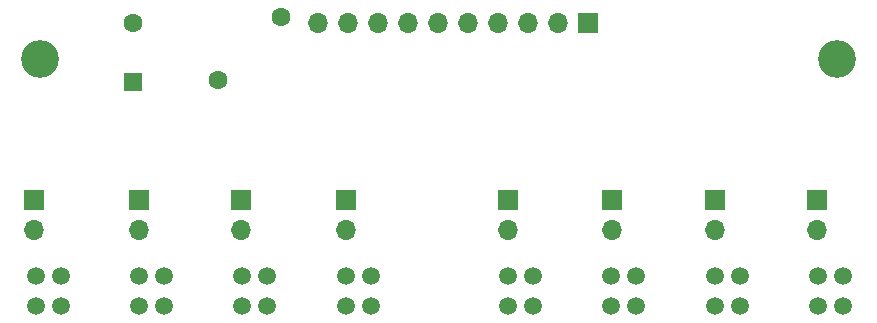
<source format=gbr>
%TF.GenerationSoftware,KiCad,Pcbnew,6.0.7-f9a2dced07~116~ubuntu20.04.1*%
%TF.CreationDate,2022-08-10T10:50:10-04:00*%
%TF.ProjectId,sensor_gnuiiium,73656e73-6f72-45f6-976e-75696969756d,rev?*%
%TF.SameCoordinates,Original*%
%TF.FileFunction,Soldermask,Bot*%
%TF.FilePolarity,Negative*%
%FSLAX46Y46*%
G04 Gerber Fmt 4.6, Leading zero omitted, Abs format (unit mm)*
G04 Created by KiCad (PCBNEW 6.0.7-f9a2dced07~116~ubuntu20.04.1) date 2022-08-10 10:50:10*
%MOMM*%
%LPD*%
G01*
G04 APERTURE LIST*
G04 Aperture macros list*
%AMHorizOval*
0 Thick line with rounded ends*
0 $1 width*
0 $2 $3 position (X,Y) of the first rounded end (center of the circle)*
0 $4 $5 position (X,Y) of the second rounded end (center of the circle)*
0 Add line between two ends*
20,1,$1,$2,$3,$4,$5,0*
0 Add two circle primitives to create the rounded ends*
1,1,$1,$2,$3*
1,1,$1,$4,$5*%
G04 Aperture macros list end*
%ADD10C,1.600000*%
%ADD11HorizOval,1.600000X0.000000X0.000000X0.000000X0.000000X0*%
%ADD12C,1.500000*%
%ADD13R,1.700000X1.700000*%
%ADD14O,1.700000X1.700000*%
%ADD15C,3.200000*%
%ADD16R,1.600000X1.600000*%
G04 APERTURE END LIST*
D10*
%TO.C,C1*%
X160650000Y-98325000D03*
D11*
X165953301Y-93021699D03*
%TD*%
D12*
%TO.C,U8*%
X213555000Y-114960000D03*
X213555000Y-117500000D03*
X211445000Y-117500000D03*
X211445000Y-114960000D03*
%TD*%
%TO.C,U6*%
X196055000Y-114980000D03*
X196055000Y-117520000D03*
X193945000Y-117520000D03*
X193945000Y-114980000D03*
%TD*%
D13*
%TO.C,J5*%
X185166000Y-108478000D03*
D14*
X185166000Y-111018000D03*
%TD*%
D15*
%TO.C,REF\u002A\u002A*%
X145544000Y-96536600D03*
%TD*%
D12*
%TO.C,U7*%
X202695000Y-114980000D03*
X202695000Y-117520000D03*
X204805000Y-117520000D03*
X204805000Y-114980000D03*
%TD*%
%TO.C,U2*%
X156055000Y-114980000D03*
X156055000Y-117520000D03*
X153945000Y-117520000D03*
X153945000Y-114980000D03*
%TD*%
D13*
%TO.C,J4*%
X171450000Y-108478000D03*
D14*
X171450000Y-111018000D03*
%TD*%
D13*
%TO.C,J1*%
X145034000Y-108478000D03*
D14*
X145034000Y-111018000D03*
%TD*%
D13*
%TO.C,J10*%
X191994000Y-93497000D03*
D14*
X189454000Y-93497000D03*
X186914000Y-93497000D03*
X184374000Y-93497000D03*
X181834000Y-93497000D03*
X179294000Y-93497000D03*
X176754000Y-93497000D03*
X174214000Y-93497000D03*
X171674000Y-93497000D03*
X169134000Y-93497000D03*
%TD*%
D16*
%TO.C,C2*%
X153425000Y-98552651D03*
D10*
X153425000Y-93552651D03*
%TD*%
D13*
%TO.C,J7*%
X202692000Y-108478000D03*
D14*
X202692000Y-111018000D03*
%TD*%
D12*
%TO.C,U1*%
X145195000Y-114980000D03*
X145195000Y-117520000D03*
X147305000Y-117520000D03*
X147305000Y-114980000D03*
%TD*%
%TO.C,U5*%
X187305000Y-114980000D03*
X187305000Y-117520000D03*
X185195000Y-117520000D03*
X185195000Y-114980000D03*
%TD*%
%TO.C,U3*%
X164805000Y-114980000D03*
X164805000Y-117520000D03*
X162695000Y-117520000D03*
X162695000Y-114980000D03*
%TD*%
D13*
%TO.C,J8*%
X211353000Y-108478000D03*
D14*
X211353000Y-111018000D03*
%TD*%
D12*
%TO.C,U4*%
X173555000Y-114980000D03*
X173555000Y-117520000D03*
X171445000Y-117520000D03*
X171445000Y-114980000D03*
%TD*%
D15*
%TO.C,REF\u002A\u002A*%
X213044000Y-96536600D03*
%TD*%
D13*
%TO.C,J6*%
X193954000Y-108478000D03*
D14*
X193954000Y-111018000D03*
%TD*%
D13*
%TO.C,J2*%
X153949000Y-108478000D03*
D14*
X153949000Y-111018000D03*
%TD*%
D13*
%TO.C,J3*%
X162585000Y-108478000D03*
D14*
X162585000Y-111018000D03*
%TD*%
M02*

</source>
